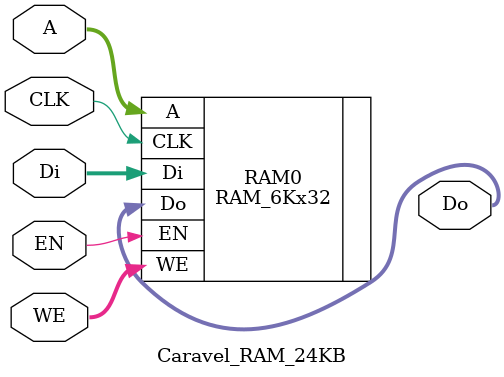
<source format=v>
module Caravel_RAM_24KB (
`ifdef USE_POWER_PINS
    VPWR,
    VGND,
`endif
    CLK,
    WE,
    EN,
    Di,
    Do,
    A
);

`ifdef USE_POWER_PINS
    input VPWR;
    input VGND;
`endif

    input           CLK;
    input   [3:0]   WE;
    input           EN;
    input   [31:0]  Di;
    output  [31:0]  Do;
    input   [12:0]   A;
  
    RAM_6Kx32 RAM0 (
    `ifdef USE_POWER_PINS
        .VPWR(VPWR),
        .VGND(VGND),
    `endif
        .CLK(CLK),
        .WE(WE),
        .EN(EN),
        .Di(Di),
        .Do(Do),
        .A(A)
    );
 
endmodule

</source>
